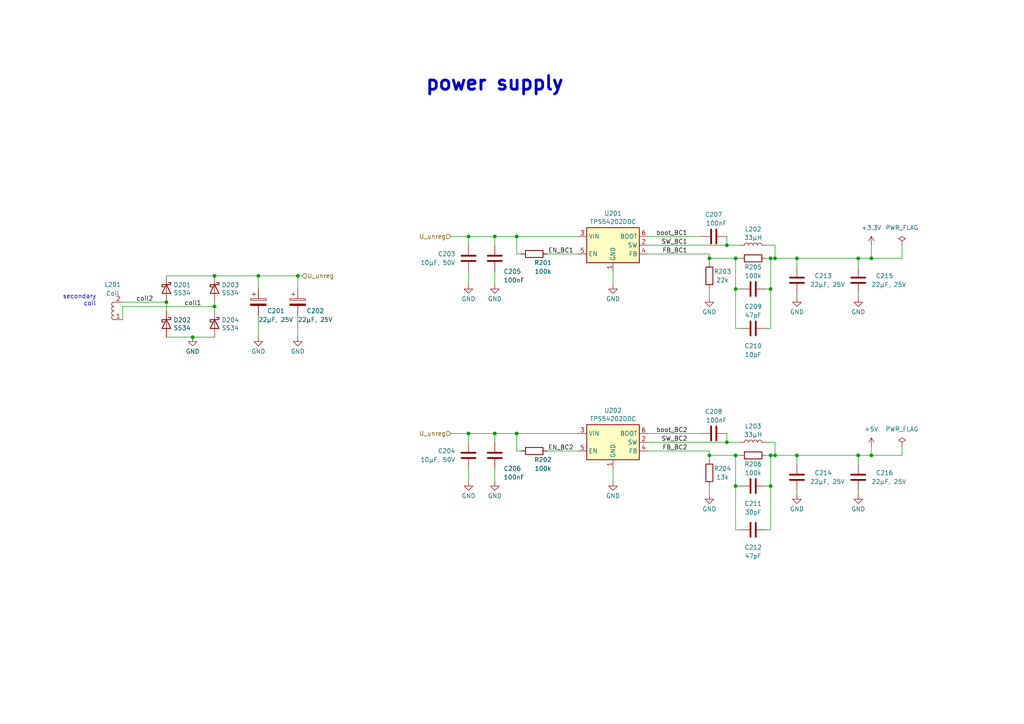
<source format=kicad_sch>
(kicad_sch (version 20231120) (generator "eeschema") (generator_version "8.0")
  (paper "A4")
  (title_block (title "RS128c") (date "2025-01-12") (rev "Rev. 1") (company "Ludwin Monz") (comment 1 "you may not use the material for commercial purposes.") (comment 2 "you may use non-commercially, adapt, share alike ") (comment 3 "https://creativecommons.org/licenses/by-nc-sa/4.0/") (comment 4 "License: Creative Commons Attribution-Non-Commercial (CC BY-NC-SA)"))
  (lib_symbols
    (symbol "D_Schottky_1" (pin_numbers hide) (pin_names (offset 1.016) hide)
      (property "Reference" "D201" (at -1.1684 2.032 90))
      (property "Value" "SS34" (at 1.143 2.032 90))
      (symbol "D_Schottky_1_0_1"
        (polyline (pts (xy 1.27 0) (xy -1.27 0)))
        (polyline (pts (xy 1.27 1.27) (xy 1.27 -1.27) (xy -1.27 0) (xy 1.27 1.27)) (stroke (width 0.254)))
        (polyline (pts (xy -1.905 0.635) (xy -1.905 1.27) (xy -1.27 1.27) (xy -1.27 -1.27) (xy -0.635 -1.27) (xy -0.635 -0.635)) (stroke (width 0.254)))
      )
      (symbol "D_Schottky_1_1_1"
        (pin passive line (at -3.81 0 0) (length 2.54) (name "K") (number "1"))
        (pin passive line (at 3.81 0 180) (length 2.54) (name "A") (number "2"))
      )
    )
    (symbol "Device:C" (pin_numbers hide) (pin_names (offset 0.254))
      (property "Reference" "C" (at 0.635 2.54 0))
      (property "Value" "C" (at 0.635 -2.54 0))
      (symbol "C_0_1"
        (polyline (pts (xy -2.032 -0.762) (xy 2.032 -0.762)) (stroke (width 0.508)))
        (polyline (pts (xy -2.032 0.762) (xy 2.032 0.762)) (stroke (width 0.508)))
      )
      (symbol "C_1_1"
        (pin passive line (at 0 3.81 270) (length 2.794) (name "~") (number "1"))
        (pin passive line (at 0 -3.81 90) (length 2.794) (name "~") (number "2"))
      )
    )
    (symbol "Device:D_Schottky" (pin_numbers hide) (pin_names (offset 1.016) hide)
      (property "Reference" "D" (at 0 2.54 0))
      (property "Value" "D_Schottky" (at 0 -2.54 0))
      (symbol "D_Schottky_0_1"
        (polyline (pts (xy 1.27 0) (xy -1.27 0)))
        (polyline (pts (xy 1.27 1.27) (xy 1.27 -1.27) (xy -1.27 0) (xy 1.27 1.27)) (stroke (width 0.254)))
        (polyline (pts (xy -1.905 0.635) (xy -1.905 1.27) (xy -1.27 1.27) (xy -1.27 -1.27) (xy -0.635 -1.27) (xy -0.635 -0.635)) (stroke (width 0.254)))
      )
      (symbol "D_Schottky_1_1"
        (pin passive line (at -3.81 0 0) (length 2.54) (name "K") (number "1"))
        (pin passive line (at 3.81 0 180) (length 2.54) (name "A") (number "2"))
      )
    )
    (symbol "Device:L" (pin_numbers hide) (pin_names (offset 1.016) hide)
      (property "Reference" "L" (at -1.27 0 90))
      (property "Value" "L" (at 1.905 0 90))
      (symbol "L_0_1"
        (arc (start 0 -2.54) (mid 0.6323 -1.905) (end 0 -1.27))
        (arc (start 0 -1.27) (mid 0.6323 -0.635) (end 0 0))
        (arc (start 0 0) (mid 0.6323 0.635) (end 0 1.27))
        (arc (start 0 1.27) (mid 0.6323 1.905) (end 0 2.54))
      )
      (symbol "L_1_1"
        (pin passive line (at 0 3.81 270) (length 1.27) (name "1") (number "1"))
        (pin passive line (at 0 -3.81 90) (length 1.27) (name "2") (number "2"))
      )
    )
    (symbol "Device:R" (pin_numbers hide) (pin_names (offset 0))
      (property "Reference" "R" (at 2.032 0 90))
      (property "Value" "R" (at 0 0 90))
      (symbol "R_0_1"
        (rectangle (start -1.016 -2.54) (end 1.016 2.54) (stroke (width 0.254)))
      )
      (symbol "R_1_1"
        (pin passive line (at 0 3.81 270) (length 1.27) (name "~") (number "1"))
        (pin passive line (at 0 -3.81 90) (length 1.27) (name "~") (number "2"))
      )
    )
    (symbol "RD40_display_SMD-rescue:CP-Device" (pin_numbers hide) (pin_names (offset 0.254))
      (property "Reference" "C" (at 0.635 2.54 0))
      (property "Value" "Device_CP" (at 0.635 -2.54 0))
      (symbol "CP-Device_0_1"
        (rectangle (start -2.286 0.508) (end 2.286 1.016))
        (polyline (pts (xy -1.778 2.286) (xy -0.762 2.286)))
        (polyline (pts (xy -1.27 2.794) (xy -1.27 1.778)))
        (rectangle (start 2.286 -0.508) (end -2.286 -1.016) (fill (type outline)))
      )
      (symbol "CP-Device_1_1"
        (pin passive line (at 0 3.81 270) (length 2.794) (name "~") (number "1"))
        (pin passive line (at 0 -3.81 90) (length 2.794) (name "~") (number "2"))
      )
    )
    (symbol "Regulator_Switching:TPS54202DDC"
      (property "Reference" "U" (at -7.62 6.35 0))
      (property "Value" "TPS54202DDC" (at 0 6.35 0))
      (symbol "TPS54202DDC_0_1"
        (rectangle (start -7.62 5.08) (end 7.62 -5.08) (stroke (width 0.254)) (fill (type background)))
      )
      (symbol "TPS54202DDC_1_1"
        (pin power_in line (at 0 -7.62 90) (length 2.54) (name "GND") (number "1"))
        (pin power_out line (at 10.16 0 180) (length 2.54) (name "SW") (number "2"))
        (pin power_in line (at -10.16 2.54 0) (length 2.54) (name "VIN") (number "3"))
        (pin input line (at 10.16 -2.54 180) (length 2.54) (name "FB") (number "4"))
        (pin input line (at -10.16 -2.54 0) (length 2.54) (name "EN") (number "5"))
        (pin passive line (at 10.16 2.54 180) (length 2.54) (name "BOOT") (number "6"))
      )
    )
    (symbol "my_symbols:Coil" (pin_names (offset 1.016))
      (property "Reference" "L**" (at 0 2.54 0))
      (property "Value" "Coil" (at 0 5.08 0))
      (symbol "Coil_0_1"
        (arc (start -1.27 0) (mid -1.905 0.6323) (end -2.54 0))
        (arc (start 0 0) (mid -0.635 0.6323) (end -1.27 0))
        (arc (start 0 0) (mid 0 0) (end 0 0))
        (arc (start 1.27 0) (mid 0.635 0.6323) (end 0 0))
        (arc (start 2.54 0) (mid 1.905 0.6323) (end 1.27 0))
      )
      (symbol "Coil_1_1"
        (pin input line (at -2.54 -2.54 90) (length 2.54) (name "~") (number "1"))
        (pin input line (at 2.54 -2.54 90) (length 2.54) (name "~") (number "2"))
      )
    )
    (symbol "power:+3.3V" (power) (pin_names (offset 0))
      (property "Value" "+3.3V" (at 0 3.556 0))
      (symbol "+3.3V_0_1"
        (polyline (pts (xy -0.762 1.27) (xy 0 2.54)))
        (polyline (pts (xy 0 0) (xy 0 2.54)))
        (polyline (pts (xy 0 2.54) (xy 0.762 1.27)))
      )
      (symbol "+3.3V_1_1"
        (pin power_in line (at 0 0 90) (length 0) hide (name "+3.3V") (number "1"))
      )
    )
    (symbol "power:+5V" (power) (pin_names (offset 0))
      (property "Value" "+5V" (at 0 3.556 0))
      (symbol "+5V_0_1"
        (polyline (pts (xy -0.762 1.27) (xy 0 2.54)))
        (polyline (pts (xy 0 0) (xy 0 2.54)))
        (polyline (pts (xy 0 2.54) (xy 0.762 1.27)))
      )
      (symbol "+5V_1_1"
        (pin power_in line (at 0 0 90) (length 0) hide (name "+5V") (number "1"))
      )
    )
    (symbol "power:GND" (power) (pin_names (offset 0))
      (property "Value" "GND" (at 0 -3.81 0))
      (symbol "GND_0_1"
        (polyline (pts (xy 0 0) (xy 0 -1.27) (xy 1.27 -1.27) (xy 0 -2.54) (xy -1.27 -1.27) (xy 0 -1.27)))
      )
      (symbol "GND_1_1"
        (pin power_in line (at 0 0 270) (length 0) hide (name "GND") (number "1"))
      )
    )
    (symbol "power:PWR_FLAG" (power) (pin_numbers hide) (pin_names (offset 0) hide)
      (property "Value" "PWR_FLAG" (at 0 3.81 0))
      (symbol "PWR_FLAG_0_0"
        (pin power_out line (at 0 0 90) (length 0) (name "pwr") (number "1"))
      )
      (symbol "PWR_FLAG_0_1"
        (polyline (pts (xy 0 0) (xy 0 1.27) (xy -1.016 1.905) (xy 0 2.54) (xy 1.016 1.905) (xy 0 1.27)))
      )
    )
  )
  (junction (at 210.82 71.12))
  (junction (at 149.86 125.73))
  (junction (at 86.36 80.01))
  (junction (at 252.73 132.08))
  (junction (at 223.52 132.08))
  (junction (at 223.52 74.93))
  (junction (at 210.82 128.27))
  (junction (at 231.14 74.93))
  (junction (at 62.23 88.9))
  (junction (at 143.51 125.73))
  (junction (at 149.86 68.58))
  (junction (at 223.52 140.97))
  (junction (at 74.93 80.01))
  (junction (at 248.92 132.08))
  (junction (at 224.79 74.93))
  (junction (at 205.74 74.93))
  (junction (at 223.52 83.82))
  (junction (at 224.79 132.08))
  (junction (at 143.51 68.58))
  (junction (at 213.36 74.93))
  (junction (at 213.36 132.08))
  (junction (at 135.89 68.58))
  (junction (at 135.89 125.73))
  (junction (at 205.74 132.08))
  (junction (at 213.36 83.82))
  (junction (at 231.14 132.08))
  (junction (at 55.88 97.79))
  (junction (at 48.26 87.63))
  (junction (at 62.23 80.01))
  (junction (at 248.92 74.93))
  (junction (at 252.73 74.93))
  (junction (at 213.36 140.97))
  (wire (pts (xy 143.51 68.58) (xy 143.51 71.12)))
  (wire (pts (xy 224.79 74.93) (xy 223.52 74.93)))
  (wire (pts (xy 248.92 74.93) (xy 252.73 74.93)))
  (wire (pts (xy 187.96 71.12) (xy 210.82 71.12)))
  (wire (pts (xy 210.82 71.12) (xy 214.63 71.12)))
  (wire (pts (xy 135.89 68.58) (xy 143.51 68.58)))
  (wire (pts (xy 205.74 73.66) (xy 205.74 74.93)))
  (wire (pts (xy 231.14 132.08) (xy 224.79 132.08)))
  (wire (pts (xy 74.93 91.44) (xy 74.93 97.79)))
  (wire (pts (xy 224.79 132.08) (xy 223.52 132.08)))
  (wire (pts (xy 187.96 128.27) (xy 210.82 128.27)))
  (wire (pts (xy 224.79 128.27) (xy 224.79 132.08)))
  (wire (pts (xy 223.52 95.25) (xy 223.52 83.82)))
  (wire (pts (xy 149.86 73.66) (xy 151.13 73.66)))
  (wire (pts (xy 205.74 73.66) (xy 187.96 73.66)))
  (wire (pts (xy 222.25 95.25) (xy 223.52 95.25)))
  (wire (pts (xy 151.13 130.81) (xy 149.86 130.81)))
  (wire (pts (xy 158.75 130.81) (xy 167.64 130.81)))
  (wire (pts (xy 210.82 68.58) (xy 210.82 71.12)))
  (wire (pts (xy 149.86 130.81) (xy 149.86 125.73)))
  (wire (pts (xy 252.73 129.54) (xy 252.73 132.08)))
  (wire (pts (xy 214.63 153.67) (xy 213.36 153.67)))
  (wire (pts (xy 48.26 87.63) (xy 48.26 90.17)))
  (wire (pts (xy 231.14 142.24) (xy 231.14 143.51)))
  (wire (pts (xy 74.93 80.01) (xy 86.36 80.01)))
  (wire (pts (xy 205.74 132.08) (xy 205.74 130.81)))
  (wire (pts (xy 74.93 80.01) (xy 74.93 83.82)))
  (wire (pts (xy 177.8 78.74) (xy 177.8 82.55)))
  (wire (pts (xy 222.25 71.12) (xy 224.79 71.12)))
  (wire (pts (xy 248.92 74.93) (xy 231.14 74.93)))
  (wire (pts (xy 62.23 80.01) (xy 74.93 80.01)))
  (wire (pts (xy 248.92 134.62) (xy 248.92 132.08)))
  (wire (pts (xy 35.56 88.9) (xy 62.23 88.9)))
  (wire (pts (xy 261.62 132.08) (xy 261.62 129.54)))
  (wire (pts (xy 222.25 128.27) (xy 224.79 128.27)))
  (wire (pts (xy 213.36 153.67) (xy 213.36 140.97)))
  (wire (pts (xy 213.36 83.82) (xy 213.36 74.93)))
  (wire (pts (xy 224.79 71.12) (xy 224.79 74.93)))
  (wire (pts (xy 248.92 142.24) (xy 248.92 143.51)))
  (wire (pts (xy 222.25 140.97) (xy 223.52 140.97)))
  (wire (pts (xy 223.52 153.67) (xy 223.52 140.97)))
  (wire (pts (xy 223.52 132.08) (xy 222.25 132.08)))
  (wire (pts (xy 48.26 97.79) (xy 55.88 97.79)))
  (wire (pts (xy 205.74 74.93) (xy 213.36 74.93)))
  (wire (pts (xy 213.36 132.08) (xy 214.63 132.08)))
  (wire (pts (xy 48.26 87.63) (xy 35.56 87.63)))
  (wire (pts (xy 130.81 68.58) (xy 135.89 68.58)))
  (wire (pts (xy 248.92 132.08) (xy 231.14 132.08)))
  (wire (pts (xy 135.89 135.89) (xy 135.89 139.7)))
  (wire (pts (xy 130.81 125.73) (xy 135.89 125.73)))
  (wire (pts (xy 214.63 140.97) (xy 213.36 140.97)))
  (wire (pts (xy 187.96 125.73) (xy 203.2 125.73)))
  (wire (pts (xy 149.86 125.73) (xy 167.64 125.73)))
  (wire (pts (xy 135.89 68.58) (xy 135.89 71.12)))
  (wire (pts (xy 222.25 83.82) (xy 223.52 83.82)))
  (wire (pts (xy 205.74 83.82) (xy 205.74 86.36)))
  (wire (pts (xy 231.14 134.62) (xy 231.14 132.08)))
  (wire (pts (xy 252.73 71.12) (xy 252.73 74.93)))
  (wire (pts (xy 248.92 85.09) (xy 248.92 86.36)))
  (wire (pts (xy 223.52 74.93) (xy 222.25 74.93)))
  (wire (pts (xy 214.63 95.25) (xy 213.36 95.25)))
  (wire (pts (xy 62.23 88.9) (xy 62.23 90.17)))
  (wire (pts (xy 214.63 83.82) (xy 213.36 83.82)))
  (wire (pts (xy 252.73 132.08) (xy 261.62 132.08)))
  (wire (pts (xy 231.14 74.93) (xy 224.79 74.93)))
  (wire (pts (xy 231.14 77.47) (xy 231.14 74.93)))
  (wire (pts (xy 222.25 153.67) (xy 223.52 153.67)))
  (wire (pts (xy 143.51 135.89) (xy 143.51 139.7)))
  (wire (pts (xy 248.92 132.08) (xy 252.73 132.08)))
  (wire (pts (xy 261.62 71.12) (xy 261.62 74.93)))
  (wire (pts (xy 213.36 140.97) (xy 213.36 132.08)))
  (wire (pts (xy 143.51 68.58) (xy 149.86 68.58)))
  (wire (pts (xy 177.8 135.89) (xy 177.8 139.7)))
  (wire (pts (xy 187.96 68.58) (xy 203.2 68.58)))
  (wire (pts (xy 205.74 140.97) (xy 205.74 143.51)))
  (wire (pts (xy 86.36 80.01) (xy 87.63 80.01)))
  (wire (pts (xy 143.51 125.73) (xy 143.51 128.27)))
  (wire (pts (xy 213.36 74.93) (xy 214.63 74.93)))
  (wire (pts (xy 48.26 80.01) (xy 62.23 80.01)))
  (wire (pts (xy 149.86 68.58) (xy 167.64 68.58)))
  (wire (pts (xy 135.89 125.73) (xy 135.89 128.27)))
  (wire (pts (xy 210.82 125.73) (xy 210.82 128.27)))
  (wire (pts (xy 248.92 77.47) (xy 248.92 74.93)))
  (wire (pts (xy 86.36 80.01) (xy 86.36 83.82)))
  (wire (pts (xy 223.52 83.82) (xy 223.52 74.93)))
  (wire (pts (xy 213.36 95.25) (xy 213.36 83.82)))
  (wire (pts (xy 205.74 133.35) (xy 205.74 132.08)))
  (wire (pts (xy 35.56 88.9) (xy 35.56 92.71)))
  (wire (pts (xy 205.74 130.81) (xy 187.96 130.81)))
  (wire (pts (xy 205.74 76.2) (xy 205.74 74.93)))
  (wire (pts (xy 205.74 132.08) (xy 213.36 132.08)))
  (wire (pts (xy 86.36 91.44) (xy 86.36 97.79)))
  (wire (pts (xy 158.75 73.66) (xy 167.64 73.66)))
  (wire (pts (xy 143.51 78.74) (xy 143.51 82.55)))
  (wire (pts (xy 210.82 128.27) (xy 214.63 128.27)))
  (wire (pts (xy 55.88 97.79) (xy 62.23 97.79)))
  (wire (pts (xy 135.89 125.73) (xy 143.51 125.73)))
  (wire (pts (xy 143.51 125.73) (xy 149.86 125.73)))
  (wire (pts (xy 149.86 73.66) (xy 149.86 68.58)))
  (wire (pts (xy 231.14 85.09) (xy 231.14 86.36)))
  (wire (pts (xy 223.52 140.97) (xy 223.52 132.08)))
  (wire (pts (xy 135.89 78.74) (xy 135.89 82.55)))
  (wire (pts (xy 62.23 87.63) (xy 62.23 88.9)))
  (wire (pts (xy 261.62 74.93) (xy 252.73 74.93)))
  (text "power supply" (at 163.83 26.67 0) (effects (font (size 4 4) (thickness 0.8) (bold yes)) (justify right bottom)))
  (text "secondary\ncoil" (at 27.94 88.9 0) (effects (font (size 1.27 1.27)) (justify right bottom)))
  (label "EN_BC2" (at 166.37 130.81 180))
  (label "SW_BC2" (at 199.39 128.27 180))
  (label "boot_BC1" (at 199.39 68.58 180))
  (label "boot_BC2" (at 199.39 125.73 180))
  (label "coil1" (at 58.42 88.9 180))
  (label "FB_BC2" (at 199.39 130.81 180))
  (label "FB_BC1" (at 199.39 73.66 180))
  (label "coil2" (at 44.45 87.63 180))
  (label "EN_BC1" (at 166.37 73.66 180))
  (label "SW_BC1" (at 199.39 71.12 180))
  (hierarchical_label "U_unreg" (shape input) (at 130.81 125.73 180))
  (hierarchical_label "U_unreg" (shape input) (at 130.81 68.58 180))
  (hierarchical_label "U_unreg" (shape input) (at 87.63 80.01 0))
  (symbol (lib_id "Device:C") (at 218.44 153.67 270) (unit 1)
    (property "Reference" "C212" (at 218.44 158.75 90))
    (property "Value" "47pF" (at 218.44 161.29 90))
    (property "Footprint" "Capacitor_SMD:C_0402_1005Metric" (effects (hide yes)))
    (property "LCSC" "C1567" (effects (hide yes)))
  )
  (symbol (lib_id "Device:R") (at 205.74 80.01 180) (unit 1)
    (property "Reference" "R203" (at 209.55 78.74 0))
    (property "Value" "22k" (at 209.55 81.28 0))
    (property "Footprint" "Resistor_SMD:R_0402_1005Metric" (effects (hide yes)))
    (property "LCSC" "C25768" (effects (hide yes)))
  )
  (symbol (lib_id "power:GND") (at 231.14 86.36 0) (unit 1)
    (property "Reference" "#PWR0212" (effects (hide yes)))
    (property "Value" "GND" (at 231.14 90.4931 0))
  )
  (symbol (lib_id "power:GND") (at 135.89 139.7 0) (unit 1)
    (property "Reference" "#PWR0205" (effects (hide yes)))
    (property "Value" "GND" (at 135.89 143.8331 0))
  )
  (symbol (lib_id "Device:D_Schottky") (at 48.26 93.98 270) (unit 1)
    (property "Reference" "D202" (at 50.292 92.8116 90) (effects (justify left)))
    (property "Value" "SS34" (at 50.292 95.123 90) (effects (justify left)))
    (property "Footprint" "my_footprints:DIOM7959X265N" (effects (hide yes)))
    (property "LCSC" "C8678" (effects (hide yes)))
  )
  (symbol (lib_id "power:PWR_FLAG") (at 261.62 129.54 0) (unit 1)
    (property "Reference" "#FLG0202" (effects (hide yes)))
    (property "Value" "PWR_FLAG" (at 261.62 124.46 0))
  )
  (symbol (lib_id "Device:C") (at 218.44 95.25 270) (unit 1)
    (property "Reference" "C210" (at 218.44 100.33 90))
    (property "Value" "10pF" (at 218.44 102.87 90))
    (property "Footprint" "Capacitor_SMD:C_0402_1005Metric" (effects (hide yes)))
    (property "LCSC" "C32949" (effects (hide yes)))
  )
  (symbol (lib_id "Device:R") (at 205.74 137.16 180) (unit 1)
    (property "Reference" "R204" (at 209.55 135.89 0))
    (property "Value" "13k" (at 209.55 138.43 0))
    (property "Footprint" "Resistor_SMD:R_0603_1608Metric" (effects (hide yes)))
    (property "LCSC" "C22797" (effects (hide yes)))
  )
  (symbol (lib_id "power:+5V") (at 252.73 129.54 0) (unit 1)
    (property "Reference" "#PWR0217" (effects (hide yes)))
    (property "Value" "+5V" (at 252.73 124.46 0))
  )
  (symbol (lib_id "power:PWR_FLAG") (at 261.62 71.12 0) (unit 1)
    (property "Reference" "#FLG0201" (effects (hide yes)))
    (property "Value" "PWR_FLAG" (at 261.62 66.04 0))
  )
  (symbol (lib_id "Device:C") (at 218.44 83.82 270) (unit 1)
    (property "Reference" "C209" (at 218.44 88.9 90))
    (property "Value" "47pF" (at 218.44 91.44 90))
    (property "Footprint" "Capacitor_SMD:C_0402_1005Metric" (effects (hide yes)))
    (property "LCSC" "C1567" (effects (hide yes)))
  )
  (symbol (lib_id "my_symbols:Coil") (at 33.02 90.17 90) (unit 1)
    (property "Reference" "L201" (at 32.7039 82.55 90))
    (property "Value" "Coil" (at 32.7039 85.09 90))
    (property "Footprint" "my_footprints:coil_large" (effects (hide yes)))
  )
  (symbol (lib_id "Device:C") (at 207.01 125.73 90) (unit 1)
    (property "Reference" "C208" (at 209.55 119.38 90) (effects (justify left)))
    (property "Value" "100nF" (at 210.82 121.92 90) (effects (justify left)))
    (property "Footprint" "Capacitor_SMD:C_0402_1005Metric" (effects (hide yes)))
    (property "LCSC" "C307331" (effects (hide yes)))
  )
  (symbol (lib_id "RD40_display_SMD-rescue:CP-Device") (at 74.93 87.63 0) (unit 1)
    (property "Reference" "C201" (at 77.47 90.17 0) (effects (justify left)))
    (property "Value" "22µF, 25V" (at 74.93 92.71 0) (effects (justify left)))
    (property "Footprint" "Capacitor_SMD:C_0805_2012Metric" (effects (hide yes)))
    (property "LCSC" "C45783" (effects (hide yes)))
  )
  (symbol (lib_id "Device:C") (at 135.89 74.93 0) (unit 1)
    (property "Reference" "C203" (at 127 73.66 0) (effects (justify left)))
    (property "Value" "10µF, 50V" (at 121.92 76.2 0) (effects (justify left)))
    (property "Footprint" "Capacitor_SMD:C_1206_3216Metric" (effects (hide yes)))
    (property "LCSC" "C13585" (effects (hide yes)))
  )
  (symbol (lib_id "power:GND") (at 143.51 139.7 0) (unit 1)
    (property "Reference" "#PWR0207" (effects (hide yes)))
    (property "Value" "GND" (at 143.51 143.8331 0))
  )
  (symbol (lib_id "Device:C") (at 231.14 138.43 0) (unit 1)
    (property "Reference" "C214" (at 236.22 137.16 0) (effects (justify left)))
    (property "Value" "22µF, 25V" (at 234.95 139.7 0) (effects (justify left)))
    (property "Footprint" "Capacitor_SMD:C_1206_3216Metric" (effects (hide yes)))
    (property "LCSC" "C12891" (effects (hide yes)))
  )
  (symbol (lib_id "Device:R") (at 154.94 73.66 90) (unit 1)
    (property "Reference" "R201" (at 157.48 76.2 90))
    (property "Value" "100k" (at 157.48 78.74 90))
    (property "Footprint" "Resistor_SMD:R_0402_1005Metric" (effects (hide yes)))
    (property "LCSC" "C25741" (effects (hide yes)))
  )
  (symbol (lib_id "Device:D_Schottky") (at 62.23 83.82 270) (unit 1)
    (property "Reference" "D203" (at 64.262 82.6516 90) (effects (justify left)))
    (property "Value" "SS34" (at 64.262 84.963 90) (effects (justify left)))
    (property "Footprint" "my_footprints:DIOM7959X265N" (effects (hide yes)))
    (property "LCSC" "C8678" (effects (hide yes)))
  )
  (symbol (lib_id "power:GND") (at 248.92 143.51 0) (unit 1)
    (property "Reference" "#PWR0215" (effects (hide yes)))
    (property "Value" "GND" (at 248.92 147.6431 0))
  )
  (symbol (lib_id "power:GND") (at 177.8 139.7 0) (unit 1)
    (property "Reference" "#PWR0209" (effects (hide yes)))
    (property "Value" "GND" (at 177.8 143.8331 0))
  )
  (symbol (lib_name "D_Schottky_1") (lib_id "Device:D_Schottky") (at 48.26 83.82 270) (unit 1)
    (property "Reference" "D201" (at 50.292 82.6516 90) (effects (justify left)))
    (property "Value" "SS34" (at 50.292 84.963 90) (effects (justify left)))
    (property "Footprint" "my_footprints:DIOM7959X265N" (effects (hide yes)))
    (property "LCSC" "C8678" (effects (hide yes)))
  )
  (symbol (lib_id "Regulator_Switching:TPS54202DDC") (at 177.8 128.27 0) (unit 1)
    (property "Reference" "U202" (at 177.8 119.0457 0))
    (property "Value" "TPS54202DDC" (at 177.8 121.4699 0))
    (property "Footprint" "Package_TO_SOT_SMD:SOT-23-6" (effects (hide yes)))
    (property "Datasheet" "http://www.ti.com/lit/ds/symlink/tps54202.pdf" (effects (hide yes)))
    (property "LCSC" "C191884" (effects (hide yes)))
  )
  (symbol (lib_id "Device:R") (at 218.44 74.93 90) (unit 1)
    (property "Reference" "R205" (at 218.44 77.47 90))
    (property "Value" "100k" (at 218.44 80.01 90))
    (property "Footprint" "Resistor_SMD:R_0402_1005Metric" (effects (hide yes)))
    (property "LCSC" "C25741" (effects (hide yes)))
  )
  (symbol (lib_id "power:GND") (at 177.8 82.55 0) (unit 1)
    (property "Reference" "#PWR0208" (effects (hide yes)))
    (property "Value" "GND" (at 177.8 86.6831 0))
  )
  (symbol (lib_id "Device:C") (at 231.14 81.28 0) (unit 1)
    (property "Reference" "C213" (at 236.22 80.01 0) (effects (justify left)))
    (property "Value" "22µF, 25V" (at 234.95 82.55 0) (effects (justify left)))
    (property "Footprint" "Capacitor_SMD:C_1206_3216Metric" (effects (hide yes)))
    (property "LCSC" "C12891" (effects (hide yes)))
  )
  (symbol (lib_id "power:GND") (at 205.74 143.51 0) (unit 1)
    (property "Reference" "#PWR0211" (effects (hide yes)))
    (property "Value" "GND" (at 205.74 147.6431 0))
  )
  (symbol (lib_id "power:GND") (at 248.92 86.36 0) (unit 1)
    (property "Reference" "#PWR0214" (effects (hide yes)))
    (property "Value" "GND" (at 248.92 90.4931 0))
  )
  (symbol (lib_id "power:GND") (at 143.51 82.55 0) (unit 1)
    (property "Reference" "#PWR0206" (effects (hide yes)))
    (property "Value" "GND" (at 143.51 86.6831 0))
  )
  (symbol (lib_id "Device:C") (at 143.51 74.93 0) (unit 1)
    (property "Reference" "C205" (at 146.05 78.74 0) (effects (justify left)))
    (property "Value" "100nF" (at 146.05 81.28 0) (effects (justify left)))
    (property "Footprint" "Capacitor_SMD:C_0402_1005Metric" (effects (hide yes)))
    (property "LCSC" "C307331" (effects (hide yes)))
  )
  (symbol (lib_id "power:GND") (at 86.36 97.79 0) (unit 1)
    (property "Reference" "#PWR0203" (effects (hide yes)))
    (property "Value" "GND" (at 86.36 101.9231 0))
  )
  (symbol (lib_id "Device:C") (at 135.89 132.08 0) (unit 1)
    (property "Reference" "C204" (at 127 130.81 0) (effects (justify left)))
    (property "Value" "10µF, 50V" (at 121.92 133.35 0) (effects (justify left)))
    (property "Footprint" "Capacitor_SMD:C_1206_3216Metric" (effects (hide yes)))
    (property "LCSC" "C13585" (effects (hide yes)))
  )
  (symbol (lib_id "power:GND") (at 55.88 97.79 0) (unit 1)
    (property "Reference" "#PWR0201" (effects (hide yes)))
    (property "Value" "GND" (at 55.88 101.9231 0))
  )
  (symbol (lib_id "Device:C") (at 248.92 138.43 0) (unit 1)
    (property "Reference" "C216" (at 254 137.16 0) (effects (justify left)))
    (property "Value" "22µF, 25V" (at 252.73 139.7 0) (effects (justify left)))
    (property "Footprint" "Capacitor_SMD:C_1206_3216Metric" (effects (hide yes)))
    (property "LCSC" "C12891" (effects (hide yes)))
  )
  (symbol (lib_id "power:GND") (at 231.14 143.51 0) (unit 1)
    (property "Reference" "#PWR0213" (effects (hide yes)))
    (property "Value" "GND" (at 231.14 147.6431 0))
  )
  (symbol (lib_id "Device:R") (at 218.44 132.08 90) (unit 1)
    (property "Reference" "R206" (at 218.44 134.62 90))
    (property "Value" "100k" (at 218.44 137.16 90))
    (property "Footprint" "Resistor_SMD:R_0402_1005Metric" (effects (hide yes)))
    (property "LCSC" "C25741" (effects (hide yes)))
  )
  (symbol (lib_id "Regulator_Switching:TPS54202DDC") (at 177.8 71.12 0) (unit 1)
    (property "Reference" "U201" (at 177.8 61.8957 0))
    (property "Value" "TPS54202DDC" (at 177.8 64.3199 0))
    (property "Footprint" "Package_TO_SOT_SMD:SOT-23-6" (effects (hide yes)))
    (property "Datasheet" "http://www.ti.com/lit/ds/symlink/tps54202.pdf" (effects (hide yes)))
    (property "LCSC" "C191884" (effects (hide yes)))
  )
  (symbol (lib_id "Device:C") (at 207.01 68.58 90) (unit 1)
    (property "Reference" "C207" (at 209.55 62.23 90) (effects (justify left)))
    (property "Value" "100nF" (at 210.82 64.77 90) (effects (justify left)))
    (property "Footprint" "Capacitor_SMD:C_0402_1005Metric" (effects (hide yes)))
    (property "LCSC" "C307331" (effects (hide yes)))
  )
  (symbol (lib_id "RD40_display_SMD-rescue:CP-Device") (at 86.36 87.63 0) (unit 1)
    (property "Reference" "C202" (at 88.9 90.17 0) (effects (justify left)))
    (property "Value" "22µF, 25V" (at 86.36 92.71 0) (effects (justify left)))
    (property "Footprint" "Capacitor_SMD:C_0805_2012Metric" (effects (hide yes)))
    (property "LCSC" "C45783" (effects (hide yes)))
  )
  (symbol (lib_id "power:GND") (at 74.93 97.79 0) (unit 1)
    (property "Reference" "#PWR0202" (effects (hide yes)))
    (property "Value" "GND" (at 74.93 101.9231 0))
  )
  (symbol (lib_id "power:+3.3V") (at 252.73 71.12 0) (unit 1)
    (property "Reference" "#PWR0216" (effects (hide yes)))
    (property "Value" "+3.3V" (at 252.73 66.04 0))
  )
  (symbol (lib_id "power:GND") (at 135.89 82.55 0) (unit 1)
    (property "Reference" "#PWR0204" (effects (hide yes)))
    (property "Value" "GND" (at 135.89 86.6831 0))
  )
  (symbol (lib_id "Device:C") (at 143.51 132.08 0) (unit 1)
    (property "Reference" "C206" (at 146.05 135.89 0) (effects (justify left)))
    (property "Value" "100nF" (at 146.05 138.43 0) (effects (justify left)))
    (property "Footprint" "Capacitor_SMD:C_0402_1005Metric" (effects (hide yes)))
    (property "LCSC" "C307331" (effects (hide yes)))
  )
  (symbol (lib_id "power:GND") (at 205.74 86.36 0) (unit 1)
    (property "Reference" "#PWR0210" (effects (hide yes)))
    (property "Value" "GND" (at 205.74 90.4931 0))
  )
  (symbol (lib_id "Device:R") (at 154.94 130.81 90) (unit 1)
    (property "Reference" "R202" (at 157.48 133.35 90))
    (property "Value" "100k" (at 157.48 135.89 90))
    (property "Footprint" "Resistor_SMD:R_0402_1005Metric" (effects (hide yes)))
    (property "LCSC" "C25741" (effects (hide yes)))
  )
  (symbol (lib_id "Device:L") (at 218.44 71.12 90) (unit 1)
    (property "Reference" "L202" (at 218.44 66.4704 90))
    (property "Value" "33µH" (at 218.44 68.8946 90))
    (property "Footprint" "Inductor_SMD:L_Bourns_SRP7028A_7.3x6.6mm" (effects (hide yes)))
    (property "LCSC" "C177245" (effects (hide yes)))
  )
  (symbol (lib_id "Device:L") (at 218.44 128.27 90) (unit 1)
    (property "Reference" "L203" (at 218.44 123.6204 90))
    (property "Value" "33µH" (at 218.44 126.0446 90))
    (property "Footprint" "Inductor_SMD:L_Bourns_SRP7028A_7.3x6.6mm" (effects (hide yes)))
    (property "LCSC" "C177245" (effects (hide yes)))
  )
  (symbol (lib_id "Device:C") (at 248.92 81.28 0) (unit 1)
    (property "Reference" "C215" (at 254 80.01 0) (effects (justify left)))
    (property "Value" "22µF, 25V" (at 252.73 82.55 0) (effects (justify left)))
    (property "Footprint" "Capacitor_SMD:C_1206_3216Metric" (effects (hide yes)))
    (property "LCSC" "C12891" (effects (hide yes)))
  )
  (symbol (lib_id "Device:D_Schottky") (at 62.23 93.98 270) (unit 1)
    (property "Reference" "D204" (at 64.262 92.8116 90) (effects (justify left)))
    (property "Value" "SS34" (at 64.262 95.123 90) (effects (justify left)))
    (property "Footprint" "my_footprints:DIOM7959X265N" (effects (hide yes)))
    (property "LCSC" "C8678" (effects (hide yes)))
  )
  (symbol (lib_id "Device:C") (at 218.44 140.97 270) (unit 1)
    (property "Reference" "C211" (at 218.44 146.05 90))
    (property "Value" "30pF" (at 218.44 148.59 90))
    (property "Footprint" "Capacitor_SMD:C_0603_1608Metric" (effects (hide yes)))
    (property "LCSC" "C1658" (effects (hide yes)))
  )
)
</source>
